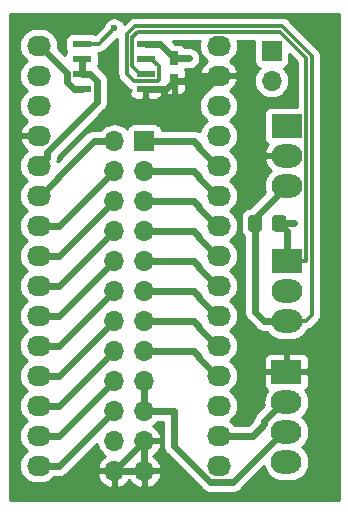
<source format=gbr>
G04 #@! TF.GenerationSoftware,KiCad,Pcbnew,(5.1.4-0-10_14)*
G04 #@! TF.CreationDate,2019-11-14T12:21:28+01:00*
G04 #@! TF.ProjectId,NANO IO,4e414e4f-2049-44f2-9e6b-696361645f70,-*
G04 #@! TF.SameCoordinates,Original*
G04 #@! TF.FileFunction,Copper,L1,Top*
G04 #@! TF.FilePolarity,Positive*
%FSLAX46Y46*%
G04 Gerber Fmt 4.6, Leading zero omitted, Abs format (unit mm)*
G04 Created by KiCad (PCBNEW (5.1.4-0-10_14)) date 2019-11-14 12:21:28*
%MOMM*%
%LPD*%
G04 APERTURE LIST*
%ADD10O,1.700000X1.700000*%
%ADD11R,1.700000X1.700000*%
%ADD12R,2.600000X2.000000*%
%ADD13O,2.600000X2.000000*%
%ADD14O,2.032000X1.727200*%
%ADD15R,0.750000X1.200000*%
%ADD16R,1.550000X0.600000*%
%ADD17C,0.100000*%
%ADD18C,1.150000*%
%ADD19C,0.600000*%
%ADD20C,0.609600*%
%ADD21C,0.304800*%
%ADD22C,0.254000*%
G04 APERTURE END LIST*
D10*
X149860000Y-75565000D03*
D11*
X149860000Y-73025000D03*
D12*
X151104600Y-100203000D03*
D13*
X151104600Y-102743000D03*
X151104600Y-105283000D03*
X151104600Y-107823000D03*
D14*
X130124200Y-72593200D03*
X130124200Y-75133200D03*
X130124200Y-77673200D03*
X130124200Y-80213200D03*
X130124200Y-82753200D03*
X130124200Y-85293200D03*
X130124200Y-87833200D03*
X130124200Y-90373200D03*
X130124200Y-92913200D03*
X130124200Y-95453200D03*
X130124200Y-97993200D03*
X130124200Y-100533200D03*
X130124200Y-103073200D03*
X130124200Y-105613200D03*
X130124200Y-108153200D03*
X145364200Y-72593200D03*
X145364200Y-75133200D03*
X145364200Y-77673200D03*
X145364200Y-80213200D03*
X145364200Y-82753200D03*
X145364200Y-85293200D03*
X145364200Y-87833200D03*
X145364200Y-90373200D03*
X145364200Y-92913200D03*
X145364200Y-95453200D03*
X145364200Y-97993200D03*
X145364200Y-100533200D03*
X145364200Y-103073200D03*
X145364200Y-105613200D03*
X145364200Y-108153200D03*
D15*
X141605000Y-73660000D03*
X141605000Y-75560000D03*
D16*
X133799600Y-72415400D03*
X133799600Y-73685400D03*
X133799600Y-74955400D03*
X133799600Y-76225400D03*
X139199600Y-76225400D03*
X139199600Y-74955400D03*
X139199600Y-73685400D03*
X139199600Y-72415400D03*
D12*
X151130000Y-90805000D03*
D13*
X151130000Y-93345000D03*
X151130000Y-95885000D03*
D12*
X151130000Y-79375000D03*
D13*
X151130000Y-81915000D03*
X151130000Y-84455000D03*
D17*
G36*
X148794505Y-86931204D02*
G01*
X148818773Y-86934804D01*
X148842572Y-86940765D01*
X148865671Y-86949030D01*
X148887850Y-86959520D01*
X148908893Y-86972132D01*
X148928599Y-86986747D01*
X148946777Y-87003223D01*
X148963253Y-87021401D01*
X148977868Y-87041107D01*
X148990480Y-87062150D01*
X149000970Y-87084329D01*
X149009235Y-87107428D01*
X149015196Y-87131227D01*
X149018796Y-87155495D01*
X149020000Y-87179999D01*
X149020000Y-88080001D01*
X149018796Y-88104505D01*
X149015196Y-88128773D01*
X149009235Y-88152572D01*
X149000970Y-88175671D01*
X148990480Y-88197850D01*
X148977868Y-88218893D01*
X148963253Y-88238599D01*
X148946777Y-88256777D01*
X148928599Y-88273253D01*
X148908893Y-88287868D01*
X148887850Y-88300480D01*
X148865671Y-88310970D01*
X148842572Y-88319235D01*
X148818773Y-88325196D01*
X148794505Y-88328796D01*
X148770001Y-88330000D01*
X148119999Y-88330000D01*
X148095495Y-88328796D01*
X148071227Y-88325196D01*
X148047428Y-88319235D01*
X148024329Y-88310970D01*
X148002150Y-88300480D01*
X147981107Y-88287868D01*
X147961401Y-88273253D01*
X147943223Y-88256777D01*
X147926747Y-88238599D01*
X147912132Y-88218893D01*
X147899520Y-88197850D01*
X147889030Y-88175671D01*
X147880765Y-88152572D01*
X147874804Y-88128773D01*
X147871204Y-88104505D01*
X147870000Y-88080001D01*
X147870000Y-87179999D01*
X147871204Y-87155495D01*
X147874804Y-87131227D01*
X147880765Y-87107428D01*
X147889030Y-87084329D01*
X147899520Y-87062150D01*
X147912132Y-87041107D01*
X147926747Y-87021401D01*
X147943223Y-87003223D01*
X147961401Y-86986747D01*
X147981107Y-86972132D01*
X148002150Y-86959520D01*
X148024329Y-86949030D01*
X148047428Y-86940765D01*
X148071227Y-86934804D01*
X148095495Y-86931204D01*
X148119999Y-86930000D01*
X148770001Y-86930000D01*
X148794505Y-86931204D01*
X148794505Y-86931204D01*
G37*
D18*
X148445000Y-87630000D03*
D17*
G36*
X150844505Y-86931204D02*
G01*
X150868773Y-86934804D01*
X150892572Y-86940765D01*
X150915671Y-86949030D01*
X150937850Y-86959520D01*
X150958893Y-86972132D01*
X150978599Y-86986747D01*
X150996777Y-87003223D01*
X151013253Y-87021401D01*
X151027868Y-87041107D01*
X151040480Y-87062150D01*
X151050970Y-87084329D01*
X151059235Y-87107428D01*
X151065196Y-87131227D01*
X151068796Y-87155495D01*
X151070000Y-87179999D01*
X151070000Y-88080001D01*
X151068796Y-88104505D01*
X151065196Y-88128773D01*
X151059235Y-88152572D01*
X151050970Y-88175671D01*
X151040480Y-88197850D01*
X151027868Y-88218893D01*
X151013253Y-88238599D01*
X150996777Y-88256777D01*
X150978599Y-88273253D01*
X150958893Y-88287868D01*
X150937850Y-88300480D01*
X150915671Y-88310970D01*
X150892572Y-88319235D01*
X150868773Y-88325196D01*
X150844505Y-88328796D01*
X150820001Y-88330000D01*
X150169999Y-88330000D01*
X150145495Y-88328796D01*
X150121227Y-88325196D01*
X150097428Y-88319235D01*
X150074329Y-88310970D01*
X150052150Y-88300480D01*
X150031107Y-88287868D01*
X150011401Y-88273253D01*
X149993223Y-88256777D01*
X149976747Y-88238599D01*
X149962132Y-88218893D01*
X149949520Y-88197850D01*
X149939030Y-88175671D01*
X149930765Y-88152572D01*
X149924804Y-88128773D01*
X149921204Y-88104505D01*
X149920000Y-88080001D01*
X149920000Y-87179999D01*
X149921204Y-87155495D01*
X149924804Y-87131227D01*
X149930765Y-87107428D01*
X149939030Y-87084329D01*
X149949520Y-87062150D01*
X149962132Y-87041107D01*
X149976747Y-87021401D01*
X149993223Y-87003223D01*
X150011401Y-86986747D01*
X150031107Y-86972132D01*
X150052150Y-86959520D01*
X150074329Y-86949030D01*
X150097428Y-86940765D01*
X150121227Y-86934804D01*
X150145495Y-86931204D01*
X150169999Y-86930000D01*
X150820001Y-86930000D01*
X150844505Y-86931204D01*
X150844505Y-86931204D01*
G37*
D18*
X150495000Y-87630000D03*
D11*
X139065000Y-80645000D03*
D10*
X136525000Y-80645000D03*
X139065000Y-83185000D03*
X136525000Y-83185000D03*
X139065000Y-85725000D03*
X136525000Y-85725000D03*
X139065000Y-88265000D03*
X136525000Y-88265000D03*
X139065000Y-90805000D03*
X136525000Y-90805000D03*
X139065000Y-93345000D03*
X136525000Y-93345000D03*
X139065000Y-95885000D03*
X136525000Y-95885000D03*
X139065000Y-98425000D03*
X136525000Y-98425000D03*
X139065000Y-100965000D03*
X136525000Y-100965000D03*
X139065000Y-103505000D03*
X136525000Y-103505000D03*
X139065000Y-106045000D03*
X136525000Y-106045000D03*
X139065000Y-108585000D03*
X136525000Y-108585000D03*
D19*
X142062190Y-77470000D03*
X142875000Y-73660000D03*
X151765000Y-87630000D03*
X136525000Y-71120000D03*
D20*
X130276600Y-72593200D02*
X130124200Y-72593200D01*
X132541999Y-74858599D02*
X130276600Y-72593200D01*
X132541999Y-75641481D02*
X132541999Y-74858599D01*
X133125918Y-76225400D02*
X132541999Y-75641481D01*
X133799600Y-76225400D02*
X133125918Y-76225400D01*
X139065000Y-106045000D02*
X139065000Y-108585000D01*
X139065000Y-108585000D02*
X136525000Y-108585000D01*
X136525000Y-108585000D02*
X139065000Y-106045000D01*
X140939600Y-76225400D02*
X141605000Y-75560000D01*
X139199600Y-76225400D02*
X140939600Y-76225400D01*
X144937400Y-75560000D02*
X145364200Y-75133200D01*
X141605000Y-75560000D02*
X144937400Y-75560000D01*
X143027400Y-77470000D02*
X145364200Y-75133200D01*
X142062190Y-77470000D02*
X143027400Y-77470000D01*
X133799600Y-73685400D02*
X133799600Y-74955400D01*
X130810000Y-82067400D02*
X130124200Y-82753200D01*
X130810000Y-81583628D02*
X130810000Y-82067400D01*
X135057201Y-77336427D02*
X130810000Y-81583628D01*
X135057201Y-75539319D02*
X135057201Y-77336427D01*
X133799600Y-74955400D02*
X134473282Y-74955400D01*
X134473282Y-74955400D02*
X135057201Y-75539319D01*
X130276600Y-85293200D02*
X130124200Y-85293200D01*
X131749800Y-83820000D02*
X130276600Y-85293200D01*
X131749800Y-83667600D02*
X131749800Y-83820000D01*
X134772400Y-80645000D02*
X131749800Y-83667600D01*
X136525000Y-80645000D02*
X134772400Y-80645000D01*
X131876800Y-87833200D02*
X130124200Y-87833200D01*
X136525000Y-83185000D02*
X131876800Y-87833200D01*
X131876800Y-90373200D02*
X130124200Y-90373200D01*
X136525000Y-85725000D02*
X131876800Y-90373200D01*
X131876800Y-92913200D02*
X130124200Y-92913200D01*
X136525000Y-88265000D02*
X131876800Y-92913200D01*
X131876800Y-95453200D02*
X130124200Y-95453200D01*
X136525000Y-90805000D02*
X131876800Y-95453200D01*
X131876800Y-97993200D02*
X130124200Y-97993200D01*
X136525000Y-93345000D02*
X131876800Y-97993200D01*
X131876800Y-100533200D02*
X130124200Y-100533200D01*
X136525000Y-95885000D02*
X131876800Y-100533200D01*
X131876800Y-103073200D02*
X130124200Y-103073200D01*
X136525000Y-98425000D02*
X131876800Y-103073200D01*
X141605000Y-103505000D02*
X139065000Y-103505000D01*
X141605000Y-106486149D02*
X141605000Y-103505000D01*
X144643661Y-109524810D02*
X141605000Y-106486149D01*
X146562790Y-109524810D02*
X144643661Y-109524810D01*
X151104600Y-105283000D02*
X150804600Y-105283000D01*
X150804600Y-105283000D02*
X146562790Y-109524810D01*
X139065000Y-100965000D02*
X139065000Y-103505000D01*
X140360400Y-72415400D02*
X141605000Y-73660000D01*
X139199600Y-72415400D02*
X140360400Y-72415400D01*
X141605000Y-73660000D02*
X142875000Y-73660000D01*
X145211800Y-82753200D02*
X145364200Y-82753200D01*
X143738600Y-81280000D02*
X145211800Y-82753200D01*
X143738600Y-81127600D02*
X143738600Y-81280000D01*
X143256000Y-80645000D02*
X143738600Y-81127600D01*
X139065000Y-80645000D02*
X143256000Y-80645000D01*
X145211800Y-85293200D02*
X145364200Y-85293200D01*
X143738600Y-83820000D02*
X145211800Y-85293200D01*
X143738600Y-83667600D02*
X143738600Y-83820000D01*
X143256000Y-83185000D02*
X143738600Y-83667600D01*
X139065000Y-83185000D02*
X143256000Y-83185000D01*
X145211800Y-87833200D02*
X145364200Y-87833200D01*
X143738600Y-86360000D02*
X145211800Y-87833200D01*
X143738600Y-86207600D02*
X143738600Y-86360000D01*
X143256000Y-85725000D02*
X143738600Y-86207600D01*
X139065000Y-85725000D02*
X143256000Y-85725000D01*
X145211800Y-90373200D02*
X145364200Y-90373200D01*
X143738600Y-88900000D02*
X145211800Y-90373200D01*
X143738600Y-88747600D02*
X143738600Y-88900000D01*
X143256000Y-88265000D02*
X143738600Y-88747600D01*
X139065000Y-88265000D02*
X143256000Y-88265000D01*
X145211800Y-92913200D02*
X145364200Y-92913200D01*
X143738600Y-91440000D02*
X145211800Y-92913200D01*
X143738600Y-91287600D02*
X143738600Y-91440000D01*
X143256000Y-90805000D02*
X143738600Y-91287600D01*
X139065000Y-90805000D02*
X143256000Y-90805000D01*
X145211800Y-95453200D02*
X145364200Y-95453200D01*
X143738600Y-93980000D02*
X145211800Y-95453200D01*
X143738600Y-93827600D02*
X143738600Y-93980000D01*
X143256000Y-93345000D02*
X143738600Y-93827600D01*
X139065000Y-93345000D02*
X143256000Y-93345000D01*
X145211800Y-97993200D02*
X145364200Y-97993200D01*
X143738600Y-96520000D02*
X145211800Y-97993200D01*
X143738600Y-96367600D02*
X143738600Y-96520000D01*
X143256000Y-95885000D02*
X143738600Y-96367600D01*
X139065000Y-95885000D02*
X143256000Y-95885000D01*
X145211800Y-100533200D02*
X145364200Y-100533200D01*
X143738600Y-99060000D02*
X145211800Y-100533200D01*
X143738600Y-98907600D02*
X143738600Y-99060000D01*
X143256000Y-98425000D02*
X143738600Y-98907600D01*
X139065000Y-98425000D02*
X143256000Y-98425000D01*
X150804600Y-102743000D02*
X151104600Y-102743000D01*
X149195000Y-104352600D02*
X150804600Y-102743000D01*
X149195000Y-104652600D02*
X149195000Y-104352600D01*
X148234400Y-105613200D02*
X149195000Y-104652600D01*
X145364200Y-105613200D02*
X148234400Y-105613200D01*
X131876800Y-105613200D02*
X130124200Y-105613200D01*
X136525000Y-100965000D02*
X131876800Y-105613200D01*
X131876800Y-108153200D02*
X130124200Y-108153200D01*
X136525000Y-103505000D02*
X131876800Y-108153200D01*
D21*
X138724600Y-74955400D02*
X139199600Y-74955400D01*
X138068999Y-74299799D02*
X138724600Y-74955400D01*
X138068999Y-71830919D02*
X138068999Y-74299799D01*
X138500528Y-71399390D02*
X138068999Y-71830919D01*
X150528752Y-71399390D02*
X138500528Y-71399390D01*
X152760210Y-90779590D02*
X152760210Y-73630848D01*
X152760210Y-73630848D02*
X150528752Y-71399390D01*
X152734800Y-90805000D02*
X152760210Y-90779590D01*
X151130000Y-90805000D02*
X152734800Y-90805000D01*
D20*
X151130000Y-88265000D02*
X150495000Y-87630000D01*
X151130000Y-90805000D02*
X151130000Y-88265000D01*
X150495000Y-87630000D02*
X151765000Y-87630000D01*
D21*
X140304801Y-74315601D02*
X139674600Y-73685400D01*
X140304801Y-75519561D02*
X140304801Y-74315601D01*
X138160439Y-75585601D02*
X140238761Y-75585601D01*
X137586389Y-71631016D02*
X137586389Y-75011551D01*
X138300625Y-70916780D02*
X137586389Y-71631016D01*
X150728655Y-70916780D02*
X138300625Y-70916780D01*
X153242820Y-73430945D02*
X150728655Y-70916780D01*
X140238761Y-75585601D02*
X140304801Y-75519561D01*
X153242820Y-95376980D02*
X153242820Y-73430945D01*
X137586389Y-75011551D02*
X138160439Y-75585601D01*
X152734800Y-95885000D02*
X153242820Y-95376980D01*
X139674600Y-73685400D02*
X139199600Y-73685400D01*
X151130000Y-95885000D02*
X152734800Y-95885000D01*
D20*
X148445000Y-88430000D02*
X148445000Y-87630000D01*
X148445000Y-95109600D02*
X148445000Y-88430000D01*
X149220400Y-95885000D02*
X148445000Y-95109600D01*
X151130000Y-95885000D02*
X149220400Y-95885000D01*
X148445000Y-87140000D02*
X151130000Y-84455000D01*
X148445000Y-87630000D02*
X148445000Y-87140000D01*
D21*
X133799600Y-72415400D02*
X135229600Y-72415400D01*
X135229600Y-72415400D02*
X136525000Y-71120000D01*
D22*
G36*
X155525000Y-111075000D02*
G01*
X127685000Y-111075000D01*
X127685000Y-72593200D01*
X128465949Y-72593200D01*
X128494884Y-72886977D01*
X128580575Y-73169464D01*
X128719731Y-73429806D01*
X128907003Y-73657997D01*
X129135194Y-73845269D01*
X129168740Y-73863200D01*
X129135194Y-73881131D01*
X128907003Y-74068403D01*
X128719731Y-74296594D01*
X128580575Y-74556936D01*
X128494884Y-74839423D01*
X128465949Y-75133200D01*
X128494884Y-75426977D01*
X128580575Y-75709464D01*
X128719731Y-75969806D01*
X128907003Y-76197997D01*
X129135194Y-76385269D01*
X129168740Y-76403200D01*
X129135194Y-76421131D01*
X128907003Y-76608403D01*
X128719731Y-76836594D01*
X128580575Y-77096936D01*
X128494884Y-77379423D01*
X128465949Y-77673200D01*
X128494884Y-77966977D01*
X128580575Y-78249464D01*
X128719731Y-78509806D01*
X128907003Y-78737997D01*
X129135194Y-78925269D01*
X129175147Y-78946624D01*
X128972471Y-79094714D01*
X128773467Y-79311165D01*
X128620514Y-79562281D01*
X128519491Y-79838411D01*
X128516842Y-79854174D01*
X128637983Y-80086200D01*
X129997200Y-80086200D01*
X129997200Y-80066200D01*
X130251200Y-80066200D01*
X130251200Y-80086200D01*
X130271200Y-80086200D01*
X130271200Y-80340200D01*
X130251200Y-80340200D01*
X130251200Y-80360200D01*
X129997200Y-80360200D01*
X129997200Y-80340200D01*
X128637983Y-80340200D01*
X128516842Y-80572226D01*
X128519491Y-80587989D01*
X128620514Y-80864119D01*
X128773467Y-81115235D01*
X128972471Y-81331686D01*
X129175147Y-81479776D01*
X129135194Y-81501131D01*
X128907003Y-81688403D01*
X128719731Y-81916594D01*
X128580575Y-82176936D01*
X128494884Y-82459423D01*
X128465949Y-82753200D01*
X128494884Y-83046977D01*
X128580575Y-83329464D01*
X128719731Y-83589806D01*
X128907003Y-83817997D01*
X129135194Y-84005269D01*
X129168740Y-84023200D01*
X129135194Y-84041131D01*
X128907003Y-84228403D01*
X128719731Y-84456594D01*
X128580575Y-84716936D01*
X128494884Y-84999423D01*
X128465949Y-85293200D01*
X128494884Y-85586977D01*
X128580575Y-85869464D01*
X128719731Y-86129806D01*
X128907003Y-86357997D01*
X129135194Y-86545269D01*
X129168740Y-86563200D01*
X129135194Y-86581131D01*
X128907003Y-86768403D01*
X128719731Y-86996594D01*
X128580575Y-87256936D01*
X128494884Y-87539423D01*
X128465949Y-87833200D01*
X128494884Y-88126977D01*
X128580575Y-88409464D01*
X128719731Y-88669806D01*
X128907003Y-88897997D01*
X129135194Y-89085269D01*
X129168740Y-89103200D01*
X129135194Y-89121131D01*
X128907003Y-89308403D01*
X128719731Y-89536594D01*
X128580575Y-89796936D01*
X128494884Y-90079423D01*
X128465949Y-90373200D01*
X128494884Y-90666977D01*
X128580575Y-90949464D01*
X128719731Y-91209806D01*
X128907003Y-91437997D01*
X129135194Y-91625269D01*
X129168740Y-91643200D01*
X129135194Y-91661131D01*
X128907003Y-91848403D01*
X128719731Y-92076594D01*
X128580575Y-92336936D01*
X128494884Y-92619423D01*
X128465949Y-92913200D01*
X128494884Y-93206977D01*
X128580575Y-93489464D01*
X128719731Y-93749806D01*
X128907003Y-93977997D01*
X129135194Y-94165269D01*
X129168740Y-94183200D01*
X129135194Y-94201131D01*
X128907003Y-94388403D01*
X128719731Y-94616594D01*
X128580575Y-94876936D01*
X128494884Y-95159423D01*
X128465949Y-95453200D01*
X128494884Y-95746977D01*
X128580575Y-96029464D01*
X128719731Y-96289806D01*
X128907003Y-96517997D01*
X129135194Y-96705269D01*
X129168740Y-96723200D01*
X129135194Y-96741131D01*
X128907003Y-96928403D01*
X128719731Y-97156594D01*
X128580575Y-97416936D01*
X128494884Y-97699423D01*
X128465949Y-97993200D01*
X128494884Y-98286977D01*
X128580575Y-98569464D01*
X128719731Y-98829806D01*
X128907003Y-99057997D01*
X129135194Y-99245269D01*
X129168740Y-99263200D01*
X129135194Y-99281131D01*
X128907003Y-99468403D01*
X128719731Y-99696594D01*
X128580575Y-99956936D01*
X128494884Y-100239423D01*
X128465949Y-100533200D01*
X128494884Y-100826977D01*
X128580575Y-101109464D01*
X128719731Y-101369806D01*
X128907003Y-101597997D01*
X129135194Y-101785269D01*
X129168740Y-101803200D01*
X129135194Y-101821131D01*
X128907003Y-102008403D01*
X128719731Y-102236594D01*
X128580575Y-102496936D01*
X128494884Y-102779423D01*
X128465949Y-103073200D01*
X128494884Y-103366977D01*
X128580575Y-103649464D01*
X128719731Y-103909806D01*
X128907003Y-104137997D01*
X129135194Y-104325269D01*
X129168740Y-104343200D01*
X129135194Y-104361131D01*
X128907003Y-104548403D01*
X128719731Y-104776594D01*
X128580575Y-105036936D01*
X128494884Y-105319423D01*
X128465949Y-105613200D01*
X128494884Y-105906977D01*
X128580575Y-106189464D01*
X128719731Y-106449806D01*
X128907003Y-106677997D01*
X129135194Y-106865269D01*
X129168740Y-106883200D01*
X129135194Y-106901131D01*
X128907003Y-107088403D01*
X128719731Y-107316594D01*
X128580575Y-107576936D01*
X128494884Y-107859423D01*
X128465949Y-108153200D01*
X128494884Y-108446977D01*
X128580575Y-108729464D01*
X128719731Y-108989806D01*
X128907003Y-109217997D01*
X129135194Y-109405269D01*
X129395536Y-109544425D01*
X129678023Y-109630116D01*
X129898181Y-109651800D01*
X130350219Y-109651800D01*
X130570377Y-109630116D01*
X130852864Y-109544425D01*
X131113206Y-109405269D01*
X131341397Y-109217997D01*
X131443980Y-109093000D01*
X131830643Y-109093000D01*
X131876800Y-109097546D01*
X131922957Y-109093000D01*
X131922967Y-109093000D01*
X132061033Y-109079402D01*
X132238186Y-109025663D01*
X132394914Y-108941890D01*
X135083524Y-108941890D01*
X135128175Y-109089099D01*
X135253359Y-109351920D01*
X135427412Y-109585269D01*
X135643645Y-109780178D01*
X135893748Y-109929157D01*
X136168109Y-110026481D01*
X136398000Y-109905814D01*
X136398000Y-108712000D01*
X136652000Y-108712000D01*
X136652000Y-109905814D01*
X136881891Y-110026481D01*
X137156252Y-109929157D01*
X137406355Y-109780178D01*
X137622588Y-109585269D01*
X137795000Y-109354120D01*
X137967412Y-109585269D01*
X138183645Y-109780178D01*
X138433748Y-109929157D01*
X138708109Y-110026481D01*
X138938000Y-109905814D01*
X138938000Y-108712000D01*
X139192000Y-108712000D01*
X139192000Y-109905814D01*
X139421891Y-110026481D01*
X139696252Y-109929157D01*
X139946355Y-109780178D01*
X140162588Y-109585269D01*
X140336641Y-109351920D01*
X140461825Y-109089099D01*
X140506476Y-108941890D01*
X140385155Y-108712000D01*
X139192000Y-108712000D01*
X138938000Y-108712000D01*
X136652000Y-108712000D01*
X136398000Y-108712000D01*
X135204845Y-108712000D01*
X135083524Y-108941890D01*
X132394914Y-108941890D01*
X132401451Y-108938396D01*
X132544554Y-108820954D01*
X132573991Y-108785085D01*
X135058033Y-106301044D01*
X135061487Y-106336111D01*
X135146401Y-106616034D01*
X135284294Y-106874014D01*
X135469866Y-107100134D01*
X135695986Y-107285706D01*
X135760523Y-107320201D01*
X135643645Y-107389822D01*
X135427412Y-107584731D01*
X135253359Y-107818080D01*
X135128175Y-108080901D01*
X135083524Y-108228110D01*
X135204845Y-108458000D01*
X136398000Y-108458000D01*
X136398000Y-108438000D01*
X136652000Y-108438000D01*
X136652000Y-108458000D01*
X138938000Y-108458000D01*
X138938000Y-106172000D01*
X139192000Y-106172000D01*
X139192000Y-108458000D01*
X140385155Y-108458000D01*
X140506476Y-108228110D01*
X140461825Y-108080901D01*
X140336641Y-107818080D01*
X140162588Y-107584731D01*
X139946355Y-107389822D01*
X139820745Y-107315000D01*
X139946355Y-107240178D01*
X140162588Y-107045269D01*
X140336641Y-106811920D01*
X140461825Y-106549099D01*
X140506476Y-106401890D01*
X140385155Y-106172000D01*
X139192000Y-106172000D01*
X138938000Y-106172000D01*
X138918000Y-106172000D01*
X138918000Y-105918000D01*
X138938000Y-105918000D01*
X138938000Y-105898000D01*
X139192000Y-105898000D01*
X139192000Y-105918000D01*
X140385155Y-105918000D01*
X140506476Y-105688110D01*
X140461825Y-105540901D01*
X140336641Y-105278080D01*
X140162588Y-105044731D01*
X139946355Y-104849822D01*
X139829477Y-104780201D01*
X139894014Y-104745706D01*
X140120134Y-104560134D01*
X140214786Y-104444800D01*
X140665201Y-104444800D01*
X140665200Y-106439991D01*
X140660654Y-106486149D01*
X140665200Y-106532306D01*
X140665200Y-106532315D01*
X140678798Y-106670381D01*
X140732537Y-106847534D01*
X140819804Y-107010800D01*
X140937246Y-107153903D01*
X140973115Y-107183340D01*
X143946479Y-110156706D01*
X143975907Y-110192564D01*
X144011765Y-110221992D01*
X144011767Y-110221994D01*
X144119009Y-110310006D01*
X144282273Y-110397272D01*
X144282275Y-110397273D01*
X144459428Y-110451012D01*
X144597494Y-110464610D01*
X144597496Y-110464610D01*
X144643661Y-110469157D01*
X144689826Y-110464610D01*
X146516633Y-110464610D01*
X146562790Y-110469156D01*
X146608947Y-110464610D01*
X146608957Y-110464610D01*
X146747023Y-110451012D01*
X146924176Y-110397273D01*
X147087441Y-110310006D01*
X147230544Y-110192564D01*
X147259981Y-110156695D01*
X149211854Y-108204823D01*
X149286748Y-108451715D01*
X149438569Y-108735752D01*
X149642886Y-108984714D01*
X149891848Y-109189031D01*
X150175885Y-109340852D01*
X150484084Y-109434343D01*
X150724278Y-109458000D01*
X151484922Y-109458000D01*
X151725116Y-109434343D01*
X152033315Y-109340852D01*
X152317352Y-109189031D01*
X152566314Y-108984714D01*
X152770631Y-108735752D01*
X152922452Y-108451715D01*
X153015943Y-108143516D01*
X153047511Y-107823000D01*
X153015943Y-107502484D01*
X152922452Y-107194285D01*
X152770631Y-106910248D01*
X152566314Y-106661286D01*
X152434367Y-106553000D01*
X152566314Y-106444714D01*
X152770631Y-106195752D01*
X152922452Y-105911715D01*
X153015943Y-105603516D01*
X153047511Y-105283000D01*
X153015943Y-104962484D01*
X152922452Y-104654285D01*
X152770631Y-104370248D01*
X152566314Y-104121286D01*
X152434367Y-104013000D01*
X152566314Y-103904714D01*
X152770631Y-103655752D01*
X152922452Y-103371715D01*
X153015943Y-103063516D01*
X153047511Y-102743000D01*
X153015943Y-102422484D01*
X152922452Y-102114285D01*
X152770631Y-101830248D01*
X152711945Y-101758739D01*
X152759094Y-101733537D01*
X152855785Y-101654185D01*
X152935137Y-101557494D01*
X152994102Y-101447180D01*
X153030412Y-101327482D01*
X153042672Y-101203000D01*
X153039600Y-100488750D01*
X152880850Y-100330000D01*
X151231600Y-100330000D01*
X151231600Y-100350000D01*
X150977600Y-100350000D01*
X150977600Y-100330000D01*
X149328350Y-100330000D01*
X149169600Y-100488750D01*
X149166528Y-101203000D01*
X149178788Y-101327482D01*
X149215098Y-101447180D01*
X149274063Y-101557494D01*
X149353415Y-101654185D01*
X149450106Y-101733537D01*
X149497255Y-101758739D01*
X149438569Y-101830248D01*
X149286748Y-102114285D01*
X149193257Y-102422484D01*
X149161689Y-102743000D01*
X149189828Y-103028696D01*
X148563110Y-103655414D01*
X148527247Y-103684846D01*
X148409804Y-103827949D01*
X148322537Y-103991214D01*
X148268798Y-104168367D01*
X148259910Y-104258613D01*
X147845123Y-104673400D01*
X146683980Y-104673400D01*
X146581397Y-104548403D01*
X146353206Y-104361131D01*
X146319660Y-104343200D01*
X146353206Y-104325269D01*
X146581397Y-104137997D01*
X146768669Y-103909806D01*
X146907825Y-103649464D01*
X146993516Y-103366977D01*
X147022451Y-103073200D01*
X146993516Y-102779423D01*
X146907825Y-102496936D01*
X146768669Y-102236594D01*
X146581397Y-102008403D01*
X146353206Y-101821131D01*
X146319660Y-101803200D01*
X146353206Y-101785269D01*
X146581397Y-101597997D01*
X146768669Y-101369806D01*
X146907825Y-101109464D01*
X146993516Y-100826977D01*
X147022451Y-100533200D01*
X146993516Y-100239423D01*
X146907825Y-99956936D01*
X146768669Y-99696594D01*
X146581397Y-99468403D01*
X146353206Y-99281131D01*
X146319660Y-99263200D01*
X146353206Y-99245269D01*
X146404710Y-99203000D01*
X149166528Y-99203000D01*
X149169600Y-99917250D01*
X149328350Y-100076000D01*
X150977600Y-100076000D01*
X150977600Y-98726750D01*
X151231600Y-98726750D01*
X151231600Y-100076000D01*
X152880850Y-100076000D01*
X153039600Y-99917250D01*
X153042672Y-99203000D01*
X153030412Y-99078518D01*
X152994102Y-98958820D01*
X152935137Y-98848506D01*
X152855785Y-98751815D01*
X152759094Y-98672463D01*
X152648780Y-98613498D01*
X152529082Y-98577188D01*
X152404600Y-98564928D01*
X151390350Y-98568000D01*
X151231600Y-98726750D01*
X150977600Y-98726750D01*
X150818850Y-98568000D01*
X149804600Y-98564928D01*
X149680118Y-98577188D01*
X149560420Y-98613498D01*
X149450106Y-98672463D01*
X149353415Y-98751815D01*
X149274063Y-98848506D01*
X149215098Y-98958820D01*
X149178788Y-99078518D01*
X149166528Y-99203000D01*
X146404710Y-99203000D01*
X146581397Y-99057997D01*
X146768669Y-98829806D01*
X146907825Y-98569464D01*
X146993516Y-98286977D01*
X147022451Y-97993200D01*
X146993516Y-97699423D01*
X146907825Y-97416936D01*
X146768669Y-97156594D01*
X146581397Y-96928403D01*
X146353206Y-96741131D01*
X146319660Y-96723200D01*
X146353206Y-96705269D01*
X146581397Y-96517997D01*
X146768669Y-96289806D01*
X146907825Y-96029464D01*
X146993516Y-95746977D01*
X147022451Y-95453200D01*
X146993516Y-95159423D01*
X146907825Y-94876936D01*
X146768669Y-94616594D01*
X146581397Y-94388403D01*
X146353206Y-94201131D01*
X146319660Y-94183200D01*
X146353206Y-94165269D01*
X146581397Y-93977997D01*
X146768669Y-93749806D01*
X146907825Y-93489464D01*
X146993516Y-93206977D01*
X147022451Y-92913200D01*
X146993516Y-92619423D01*
X146907825Y-92336936D01*
X146768669Y-92076594D01*
X146581397Y-91848403D01*
X146353206Y-91661131D01*
X146319660Y-91643200D01*
X146353206Y-91625269D01*
X146581397Y-91437997D01*
X146768669Y-91209806D01*
X146907825Y-90949464D01*
X146993516Y-90666977D01*
X147022451Y-90373200D01*
X146993516Y-90079423D01*
X146907825Y-89796936D01*
X146768669Y-89536594D01*
X146581397Y-89308403D01*
X146353206Y-89121131D01*
X146319660Y-89103200D01*
X146353206Y-89085269D01*
X146581397Y-88897997D01*
X146768669Y-88669806D01*
X146907825Y-88409464D01*
X146993516Y-88126977D01*
X147022451Y-87833200D01*
X146993516Y-87539423D01*
X146907825Y-87256936D01*
X146768669Y-86996594D01*
X146581397Y-86768403D01*
X146353206Y-86581131D01*
X146319660Y-86563200D01*
X146353206Y-86545269D01*
X146581397Y-86357997D01*
X146768669Y-86129806D01*
X146907825Y-85869464D01*
X146993516Y-85586977D01*
X147022451Y-85293200D01*
X146993516Y-84999423D01*
X146907825Y-84716936D01*
X146768669Y-84456594D01*
X146581397Y-84228403D01*
X146353206Y-84041131D01*
X146319660Y-84023200D01*
X146353206Y-84005269D01*
X146581397Y-83817997D01*
X146768669Y-83589806D01*
X146907825Y-83329464D01*
X146993516Y-83046977D01*
X147022451Y-82753200D01*
X146993516Y-82459423D01*
X146907825Y-82176936D01*
X146768669Y-81916594D01*
X146581397Y-81688403D01*
X146353206Y-81501131D01*
X146319660Y-81483200D01*
X146353206Y-81465269D01*
X146581397Y-81277997D01*
X146768669Y-81049806D01*
X146907825Y-80789464D01*
X146993516Y-80506977D01*
X147022451Y-80213200D01*
X146993516Y-79919423D01*
X146907825Y-79636936D01*
X146768669Y-79376594D01*
X146581397Y-79148403D01*
X146353206Y-78961131D01*
X146319660Y-78943200D01*
X146353206Y-78925269D01*
X146581397Y-78737997D01*
X146768669Y-78509806D01*
X146907825Y-78249464D01*
X146993516Y-77966977D01*
X147022451Y-77673200D01*
X146993516Y-77379423D01*
X146907825Y-77096936D01*
X146768669Y-76836594D01*
X146581397Y-76608403D01*
X146353206Y-76421131D01*
X146313253Y-76399776D01*
X146515929Y-76251686D01*
X146714933Y-76035235D01*
X146867886Y-75784119D01*
X146968909Y-75507989D01*
X146971558Y-75492226D01*
X146850417Y-75260200D01*
X145491200Y-75260200D01*
X145491200Y-75280200D01*
X145237200Y-75280200D01*
X145237200Y-75260200D01*
X143877983Y-75260200D01*
X143756842Y-75492226D01*
X143759491Y-75507989D01*
X143860514Y-75784119D01*
X144013467Y-76035235D01*
X144212471Y-76251686D01*
X144415147Y-76399776D01*
X144375194Y-76421131D01*
X144147003Y-76608403D01*
X143959731Y-76836594D01*
X143820575Y-77096936D01*
X143734884Y-77379423D01*
X143705949Y-77673200D01*
X143734884Y-77966977D01*
X143820575Y-78249464D01*
X143959731Y-78509806D01*
X144147003Y-78737997D01*
X144375194Y-78925269D01*
X144408740Y-78943200D01*
X144375194Y-78961131D01*
X144147003Y-79148403D01*
X143959731Y-79376594D01*
X143820575Y-79636936D01*
X143756831Y-79847072D01*
X143617386Y-79772537D01*
X143440233Y-79718798D01*
X143302167Y-79705200D01*
X143302157Y-79705200D01*
X143256000Y-79700654D01*
X143209843Y-79705200D01*
X140544228Y-79705200D01*
X140540812Y-79670518D01*
X140504502Y-79550820D01*
X140445537Y-79440506D01*
X140366185Y-79343815D01*
X140269494Y-79264463D01*
X140159180Y-79205498D01*
X140039482Y-79169188D01*
X139915000Y-79156928D01*
X138215000Y-79156928D01*
X138090518Y-79169188D01*
X137970820Y-79205498D01*
X137860506Y-79264463D01*
X137763815Y-79343815D01*
X137684463Y-79440506D01*
X137625498Y-79550820D01*
X137604607Y-79619687D01*
X137580134Y-79589866D01*
X137354014Y-79404294D01*
X137096034Y-79266401D01*
X136816111Y-79181487D01*
X136597950Y-79160000D01*
X136452050Y-79160000D01*
X136233889Y-79181487D01*
X135953966Y-79266401D01*
X135695986Y-79404294D01*
X135469866Y-79589866D01*
X135375214Y-79705200D01*
X134818557Y-79705200D01*
X134772400Y-79700654D01*
X134726243Y-79705200D01*
X134726233Y-79705200D01*
X134588167Y-79718798D01*
X134411014Y-79772537D01*
X134247748Y-79859804D01*
X134175103Y-79919423D01*
X134104646Y-79977246D01*
X134075218Y-80013104D01*
X131724513Y-82363811D01*
X131713343Y-82326989D01*
X131736202Y-82251633D01*
X131749800Y-82113567D01*
X131749800Y-82113565D01*
X131754347Y-82067400D01*
X131749800Y-82021235D01*
X131749800Y-81972904D01*
X135689097Y-78033609D01*
X135724955Y-78004181D01*
X135842397Y-77861078D01*
X135929664Y-77697813D01*
X135983403Y-77520660D01*
X135997001Y-77382594D01*
X135997001Y-77382585D01*
X136001547Y-77336428D01*
X135997001Y-77290271D01*
X135997001Y-75585475D01*
X136001547Y-75539318D01*
X135997001Y-75493161D01*
X135997001Y-75493152D01*
X135983403Y-75355086D01*
X135929664Y-75177933D01*
X135842397Y-75014668D01*
X135724955Y-74871565D01*
X135689091Y-74842132D01*
X135170473Y-74323515D01*
X135141036Y-74287646D01*
X135135495Y-74283099D01*
X135164102Y-74229580D01*
X135200412Y-74109882D01*
X135212672Y-73985400D01*
X135212672Y-73385400D01*
X135200412Y-73260918D01*
X135182782Y-73202800D01*
X135190937Y-73202800D01*
X135229600Y-73206608D01*
X135268263Y-73202800D01*
X135268273Y-73202800D01*
X135383957Y-73191406D01*
X135532383Y-73146382D01*
X135669172Y-73073266D01*
X135789069Y-72974869D01*
X135813727Y-72944823D01*
X136725021Y-72033531D01*
X136797729Y-72019068D01*
X136798989Y-72018546D01*
X136798990Y-74972878D01*
X136795181Y-75011551D01*
X136810384Y-75165908D01*
X136855407Y-75314333D01*
X136917898Y-75431243D01*
X136928524Y-75451123D01*
X137026921Y-75571020D01*
X137056961Y-75595673D01*
X137576320Y-76115033D01*
X137600970Y-76145070D01*
X137631006Y-76169720D01*
X137631008Y-76169722D01*
X137676521Y-76207073D01*
X137720867Y-76243467D01*
X137789600Y-76280206D01*
X137789600Y-76352402D01*
X137948348Y-76352402D01*
X137789600Y-76511150D01*
X137786528Y-76525400D01*
X137798788Y-76649882D01*
X137835098Y-76769580D01*
X137894063Y-76879894D01*
X137973415Y-76976585D01*
X138070106Y-77055937D01*
X138180420Y-77114902D01*
X138300118Y-77151212D01*
X138424600Y-77163472D01*
X138913850Y-77160400D01*
X139072600Y-77001650D01*
X139072600Y-76373001D01*
X139326600Y-76373001D01*
X139326600Y-77001650D01*
X139485350Y-77160400D01*
X139974600Y-77163472D01*
X140099082Y-77151212D01*
X140218780Y-77114902D01*
X140329094Y-77055937D01*
X140425785Y-76976585D01*
X140505137Y-76879894D01*
X140564102Y-76769580D01*
X140600412Y-76649882D01*
X140612672Y-76525400D01*
X140609600Y-76511150D01*
X140450852Y-76352402D01*
X140609600Y-76352402D01*
X140609600Y-76302323D01*
X140640498Y-76404180D01*
X140699463Y-76514494D01*
X140778815Y-76611185D01*
X140875506Y-76690537D01*
X140985820Y-76749502D01*
X141105518Y-76785812D01*
X141230000Y-76798072D01*
X141319250Y-76795000D01*
X141478000Y-76636250D01*
X141478000Y-75687000D01*
X141732000Y-75687000D01*
X141732000Y-76636250D01*
X141890750Y-76795000D01*
X141980000Y-76798072D01*
X142104482Y-76785812D01*
X142224180Y-76749502D01*
X142334494Y-76690537D01*
X142431185Y-76611185D01*
X142510537Y-76514494D01*
X142569502Y-76404180D01*
X142605812Y-76284482D01*
X142618072Y-76160000D01*
X142615000Y-75845750D01*
X142456250Y-75687000D01*
X141732000Y-75687000D01*
X141478000Y-75687000D01*
X141458000Y-75687000D01*
X141458000Y-75433000D01*
X141478000Y-75433000D01*
X141478000Y-75413000D01*
X141732000Y-75413000D01*
X141732000Y-75433000D01*
X142456250Y-75433000D01*
X142615000Y-75274250D01*
X142618072Y-74960000D01*
X142605812Y-74835518D01*
X142569502Y-74715820D01*
X142512939Y-74610000D01*
X142518391Y-74599800D01*
X142921167Y-74599800D01*
X143059233Y-74586202D01*
X143236386Y-74532463D01*
X143399651Y-74445196D01*
X143542754Y-74327754D01*
X143660196Y-74184651D01*
X143747463Y-74021386D01*
X143801202Y-73844233D01*
X143819347Y-73660000D01*
X143801202Y-73475767D01*
X143747463Y-73298614D01*
X143660196Y-73135349D01*
X143542754Y-72992246D01*
X143399651Y-72874804D01*
X143236386Y-72787537D01*
X143059233Y-72733798D01*
X142921167Y-72720200D01*
X142518391Y-72720200D01*
X142510537Y-72705506D01*
X142431185Y-72608815D01*
X142334494Y-72529463D01*
X142224180Y-72470498D01*
X142104482Y-72434188D01*
X141980000Y-72421928D01*
X141696005Y-72421928D01*
X141460867Y-72186790D01*
X143769051Y-72186790D01*
X143734884Y-72299423D01*
X143705949Y-72593200D01*
X143734884Y-72886977D01*
X143820575Y-73169464D01*
X143959731Y-73429806D01*
X144147003Y-73657997D01*
X144375194Y-73845269D01*
X144415147Y-73866624D01*
X144212471Y-74014714D01*
X144013467Y-74231165D01*
X143860514Y-74482281D01*
X143759491Y-74758411D01*
X143756842Y-74774174D01*
X143877983Y-75006200D01*
X145237200Y-75006200D01*
X145237200Y-74986200D01*
X145491200Y-74986200D01*
X145491200Y-75006200D01*
X146850417Y-75006200D01*
X146971558Y-74774174D01*
X146968909Y-74758411D01*
X146867886Y-74482281D01*
X146714933Y-74231165D01*
X146515929Y-74014714D01*
X146313253Y-73866624D01*
X146353206Y-73845269D01*
X146581397Y-73657997D01*
X146768669Y-73429806D01*
X146907825Y-73169464D01*
X146993516Y-72886977D01*
X147022451Y-72593200D01*
X146993516Y-72299423D01*
X146959349Y-72186790D01*
X148371928Y-72186790D01*
X148371928Y-73875000D01*
X148384188Y-73999482D01*
X148420498Y-74119180D01*
X148479463Y-74229494D01*
X148558815Y-74326185D01*
X148655506Y-74405537D01*
X148765820Y-74464502D01*
X148834687Y-74485393D01*
X148804866Y-74509866D01*
X148619294Y-74735986D01*
X148481401Y-74993966D01*
X148396487Y-75273889D01*
X148367815Y-75565000D01*
X148396487Y-75856111D01*
X148481401Y-76136034D01*
X148619294Y-76394014D01*
X148804866Y-76620134D01*
X149030986Y-76805706D01*
X149288966Y-76943599D01*
X149568889Y-77028513D01*
X149787050Y-77050000D01*
X149932950Y-77050000D01*
X150151111Y-77028513D01*
X150431034Y-76943599D01*
X150689014Y-76805706D01*
X150915134Y-76620134D01*
X151100706Y-76394014D01*
X151238599Y-76136034D01*
X151323513Y-75856111D01*
X151352185Y-75565000D01*
X151323513Y-75273889D01*
X151238599Y-74993966D01*
X151100706Y-74735986D01*
X150915134Y-74509866D01*
X150885313Y-74485393D01*
X150954180Y-74464502D01*
X151064494Y-74405537D01*
X151161185Y-74326185D01*
X151240537Y-74229494D01*
X151299502Y-74119180D01*
X151335812Y-73999482D01*
X151348072Y-73875000D01*
X151348072Y-73332261D01*
X151972811Y-73957001D01*
X151972811Y-77736928D01*
X149830000Y-77736928D01*
X149705518Y-77749188D01*
X149585820Y-77785498D01*
X149475506Y-77844463D01*
X149378815Y-77923815D01*
X149299463Y-78020506D01*
X149240498Y-78130820D01*
X149204188Y-78250518D01*
X149191928Y-78375000D01*
X149191928Y-80375000D01*
X149204188Y-80499482D01*
X149240498Y-80619180D01*
X149299463Y-80729494D01*
X149378815Y-80826185D01*
X149475506Y-80905537D01*
X149525647Y-80932338D01*
X149399990Y-81112239D01*
X149270856Y-81406645D01*
X149239876Y-81534566D01*
X149359223Y-81788000D01*
X151003000Y-81788000D01*
X151003000Y-81768000D01*
X151257000Y-81768000D01*
X151257000Y-81788000D01*
X151277000Y-81788000D01*
X151277000Y-82042000D01*
X151257000Y-82042000D01*
X151257000Y-82062000D01*
X151003000Y-82062000D01*
X151003000Y-82042000D01*
X149359223Y-82042000D01*
X149239876Y-82295434D01*
X149270856Y-82423355D01*
X149399990Y-82717761D01*
X149584078Y-82981317D01*
X149798142Y-83186716D01*
X149668286Y-83293286D01*
X149463969Y-83542248D01*
X149312148Y-83826285D01*
X149218657Y-84134484D01*
X149187089Y-84455000D01*
X149218657Y-84775516D01*
X149279578Y-84976345D01*
X147946952Y-86308972D01*
X147946745Y-86308992D01*
X147780149Y-86359528D01*
X147626613Y-86441595D01*
X147492038Y-86552038D01*
X147381595Y-86686613D01*
X147299528Y-86840149D01*
X147248992Y-87006745D01*
X147231928Y-87179999D01*
X147231928Y-88080001D01*
X147248992Y-88253255D01*
X147299528Y-88419851D01*
X147381595Y-88573387D01*
X147492038Y-88707962D01*
X147505201Y-88718765D01*
X147505200Y-95063443D01*
X147500654Y-95109600D01*
X147505200Y-95155757D01*
X147505200Y-95155766D01*
X147518798Y-95293832D01*
X147572537Y-95470985D01*
X147659804Y-95634251D01*
X147777246Y-95777354D01*
X147813114Y-95806790D01*
X148523217Y-96516895D01*
X148552646Y-96552754D01*
X148695749Y-96670196D01*
X148859014Y-96757463D01*
X149036167Y-96811202D01*
X149174233Y-96824800D01*
X149174242Y-96824800D01*
X149220399Y-96829346D01*
X149266556Y-96824800D01*
X149486167Y-96824800D01*
X149668286Y-97046714D01*
X149917248Y-97251031D01*
X150201285Y-97402852D01*
X150509484Y-97496343D01*
X150749678Y-97520000D01*
X151510322Y-97520000D01*
X151750516Y-97496343D01*
X152058715Y-97402852D01*
X152342752Y-97251031D01*
X152591714Y-97046714D01*
X152796031Y-96797752D01*
X152868010Y-96663089D01*
X152889157Y-96661006D01*
X153037583Y-96615982D01*
X153174372Y-96542866D01*
X153294269Y-96444469D01*
X153318928Y-96414422D01*
X153772243Y-95961107D01*
X153802289Y-95936449D01*
X153879023Y-95842949D01*
X153900686Y-95816553D01*
X153973802Y-95679763D01*
X154018826Y-95531338D01*
X154024770Y-95470985D01*
X154030220Y-95415653D01*
X154030220Y-95415646D01*
X154034028Y-95376980D01*
X154030220Y-95338315D01*
X154030220Y-73469607D01*
X154034028Y-73430944D01*
X154030220Y-73392281D01*
X154030220Y-73392272D01*
X154018826Y-73276588D01*
X153973802Y-73128162D01*
X153900686Y-72991373D01*
X153853386Y-72933738D01*
X153826941Y-72901514D01*
X153826939Y-72901512D01*
X153802289Y-72871476D01*
X153772253Y-72846826D01*
X151312783Y-70387358D01*
X151288124Y-70357311D01*
X151168227Y-70258914D01*
X151031438Y-70185798D01*
X150883012Y-70140774D01*
X150767328Y-70129380D01*
X150767318Y-70129380D01*
X150728655Y-70125572D01*
X150689992Y-70129380D01*
X138339287Y-70129380D01*
X138300624Y-70125572D01*
X138261961Y-70129380D01*
X138261952Y-70129380D01*
X138146268Y-70140774D01*
X137997842Y-70185798D01*
X137861053Y-70258914D01*
X137861051Y-70258915D01*
X137861052Y-70258915D01*
X137771194Y-70332659D01*
X137771192Y-70332661D01*
X137741156Y-70357311D01*
X137716506Y-70387347D01*
X137375013Y-70728841D01*
X137353586Y-70677111D01*
X137251262Y-70523972D01*
X137121028Y-70393738D01*
X136967889Y-70291414D01*
X136797729Y-70220932D01*
X136617089Y-70185000D01*
X136432911Y-70185000D01*
X136252271Y-70220932D01*
X136082111Y-70291414D01*
X135928972Y-70393738D01*
X135798738Y-70523972D01*
X135696414Y-70677111D01*
X135625932Y-70847271D01*
X135611469Y-70919979D01*
X134938702Y-71592748D01*
X134929094Y-71584863D01*
X134818780Y-71525898D01*
X134699082Y-71489588D01*
X134574600Y-71477328D01*
X133024600Y-71477328D01*
X132900118Y-71489588D01*
X132780420Y-71525898D01*
X132670106Y-71584863D01*
X132573415Y-71664215D01*
X132494063Y-71760906D01*
X132435098Y-71871220D01*
X132398788Y-71990918D01*
X132386528Y-72115400D01*
X132386528Y-72715400D01*
X132398788Y-72839882D01*
X132435098Y-72959580D01*
X132483643Y-73050400D01*
X132435098Y-73141220D01*
X132398788Y-73260918D01*
X132387545Y-73375069D01*
X131766601Y-72754125D01*
X131782451Y-72593200D01*
X131753516Y-72299423D01*
X131667825Y-72016936D01*
X131528669Y-71756594D01*
X131341397Y-71528403D01*
X131113206Y-71341131D01*
X130852864Y-71201975D01*
X130570377Y-71116284D01*
X130350219Y-71094600D01*
X129898181Y-71094600D01*
X129678023Y-71116284D01*
X129395536Y-71201975D01*
X129135194Y-71341131D01*
X128907003Y-71528403D01*
X128719731Y-71756594D01*
X128580575Y-72016936D01*
X128494884Y-72299423D01*
X128465949Y-72593200D01*
X127685000Y-72593200D01*
X127685000Y-69900000D01*
X155525001Y-69900000D01*
X155525000Y-111075000D01*
X155525000Y-111075000D01*
G37*
X155525000Y-111075000D02*
X127685000Y-111075000D01*
X127685000Y-72593200D01*
X128465949Y-72593200D01*
X128494884Y-72886977D01*
X128580575Y-73169464D01*
X128719731Y-73429806D01*
X128907003Y-73657997D01*
X129135194Y-73845269D01*
X129168740Y-73863200D01*
X129135194Y-73881131D01*
X128907003Y-74068403D01*
X128719731Y-74296594D01*
X128580575Y-74556936D01*
X128494884Y-74839423D01*
X128465949Y-75133200D01*
X128494884Y-75426977D01*
X128580575Y-75709464D01*
X128719731Y-75969806D01*
X128907003Y-76197997D01*
X129135194Y-76385269D01*
X129168740Y-76403200D01*
X129135194Y-76421131D01*
X128907003Y-76608403D01*
X128719731Y-76836594D01*
X128580575Y-77096936D01*
X128494884Y-77379423D01*
X128465949Y-77673200D01*
X128494884Y-77966977D01*
X128580575Y-78249464D01*
X128719731Y-78509806D01*
X128907003Y-78737997D01*
X129135194Y-78925269D01*
X129175147Y-78946624D01*
X128972471Y-79094714D01*
X128773467Y-79311165D01*
X128620514Y-79562281D01*
X128519491Y-79838411D01*
X128516842Y-79854174D01*
X128637983Y-80086200D01*
X129997200Y-80086200D01*
X129997200Y-80066200D01*
X130251200Y-80066200D01*
X130251200Y-80086200D01*
X130271200Y-80086200D01*
X130271200Y-80340200D01*
X130251200Y-80340200D01*
X130251200Y-80360200D01*
X129997200Y-80360200D01*
X129997200Y-80340200D01*
X128637983Y-80340200D01*
X128516842Y-80572226D01*
X128519491Y-80587989D01*
X128620514Y-80864119D01*
X128773467Y-81115235D01*
X128972471Y-81331686D01*
X129175147Y-81479776D01*
X129135194Y-81501131D01*
X128907003Y-81688403D01*
X128719731Y-81916594D01*
X128580575Y-82176936D01*
X128494884Y-82459423D01*
X128465949Y-82753200D01*
X128494884Y-83046977D01*
X128580575Y-83329464D01*
X128719731Y-83589806D01*
X128907003Y-83817997D01*
X129135194Y-84005269D01*
X129168740Y-84023200D01*
X129135194Y-84041131D01*
X128907003Y-84228403D01*
X128719731Y-84456594D01*
X128580575Y-84716936D01*
X128494884Y-84999423D01*
X128465949Y-85293200D01*
X128494884Y-85586977D01*
X128580575Y-85869464D01*
X128719731Y-86129806D01*
X128907003Y-86357997D01*
X129135194Y-86545269D01*
X129168740Y-86563200D01*
X129135194Y-86581131D01*
X128907003Y-86768403D01*
X128719731Y-86996594D01*
X128580575Y-87256936D01*
X128494884Y-87539423D01*
X128465949Y-87833200D01*
X128494884Y-88126977D01*
X128580575Y-88409464D01*
X128719731Y-88669806D01*
X128907003Y-88897997D01*
X129135194Y-89085269D01*
X129168740Y-89103200D01*
X129135194Y-89121131D01*
X128907003Y-89308403D01*
X128719731Y-89536594D01*
X128580575Y-89796936D01*
X128494884Y-90079423D01*
X128465949Y-90373200D01*
X128494884Y-90666977D01*
X128580575Y-90949464D01*
X128719731Y-91209806D01*
X128907003Y-91437997D01*
X129135194Y-91625269D01*
X129168740Y-91643200D01*
X129135194Y-91661131D01*
X128907003Y-91848403D01*
X128719731Y-92076594D01*
X128580575Y-92336936D01*
X128494884Y-92619423D01*
X128465949Y-92913200D01*
X128494884Y-93206977D01*
X128580575Y-93489464D01*
X128719731Y-93749806D01*
X128907003Y-93977997D01*
X129135194Y-94165269D01*
X129168740Y-94183200D01*
X129135194Y-94201131D01*
X128907003Y-94388403D01*
X128719731Y-94616594D01*
X128580575Y-94876936D01*
X128494884Y-95159423D01*
X128465949Y-95453200D01*
X128494884Y-95746977D01*
X128580575Y-96029464D01*
X128719731Y-96289806D01*
X128907003Y-96517997D01*
X129135194Y-96705269D01*
X129168740Y-96723200D01*
X129135194Y-96741131D01*
X128907003Y-96928403D01*
X128719731Y-97156594D01*
X128580575Y-97416936D01*
X128494884Y-97699423D01*
X128465949Y-97993200D01*
X128494884Y-98286977D01*
X128580575Y-98569464D01*
X128719731Y-98829806D01*
X128907003Y-99057997D01*
X129135194Y-99245269D01*
X129168740Y-99263200D01*
X129135194Y-99281131D01*
X128907003Y-99468403D01*
X128719731Y-99696594D01*
X128580575Y-99956936D01*
X128494884Y-100239423D01*
X128465949Y-100533200D01*
X128494884Y-100826977D01*
X128580575Y-101109464D01*
X128719731Y-101369806D01*
X128907003Y-101597997D01*
X129135194Y-101785269D01*
X129168740Y-101803200D01*
X129135194Y-101821131D01*
X128907003Y-102008403D01*
X128719731Y-102236594D01*
X128580575Y-102496936D01*
X128494884Y-102779423D01*
X128465949Y-103073200D01*
X128494884Y-103366977D01*
X128580575Y-103649464D01*
X128719731Y-103909806D01*
X128907003Y-104137997D01*
X129135194Y-104325269D01*
X129168740Y-104343200D01*
X129135194Y-104361131D01*
X128907003Y-104548403D01*
X128719731Y-104776594D01*
X128580575Y-105036936D01*
X128494884Y-105319423D01*
X128465949Y-105613200D01*
X128494884Y-105906977D01*
X128580575Y-106189464D01*
X128719731Y-106449806D01*
X128907003Y-106677997D01*
X129135194Y-106865269D01*
X129168740Y-106883200D01*
X129135194Y-106901131D01*
X128907003Y-107088403D01*
X128719731Y-107316594D01*
X128580575Y-107576936D01*
X128494884Y-107859423D01*
X128465949Y-108153200D01*
X128494884Y-108446977D01*
X128580575Y-108729464D01*
X128719731Y-108989806D01*
X128907003Y-109217997D01*
X129135194Y-109405269D01*
X129395536Y-109544425D01*
X129678023Y-109630116D01*
X129898181Y-109651800D01*
X130350219Y-109651800D01*
X130570377Y-109630116D01*
X130852864Y-109544425D01*
X131113206Y-109405269D01*
X131341397Y-109217997D01*
X131443980Y-109093000D01*
X131830643Y-109093000D01*
X131876800Y-109097546D01*
X131922957Y-109093000D01*
X131922967Y-109093000D01*
X132061033Y-109079402D01*
X132238186Y-109025663D01*
X132394914Y-108941890D01*
X135083524Y-108941890D01*
X135128175Y-109089099D01*
X135253359Y-109351920D01*
X135427412Y-109585269D01*
X135643645Y-109780178D01*
X135893748Y-109929157D01*
X136168109Y-110026481D01*
X136398000Y-109905814D01*
X136398000Y-108712000D01*
X136652000Y-108712000D01*
X136652000Y-109905814D01*
X136881891Y-110026481D01*
X137156252Y-109929157D01*
X137406355Y-109780178D01*
X137622588Y-109585269D01*
X137795000Y-109354120D01*
X137967412Y-109585269D01*
X138183645Y-109780178D01*
X138433748Y-109929157D01*
X138708109Y-110026481D01*
X138938000Y-109905814D01*
X138938000Y-108712000D01*
X139192000Y-108712000D01*
X139192000Y-109905814D01*
X139421891Y-110026481D01*
X139696252Y-109929157D01*
X139946355Y-109780178D01*
X140162588Y-109585269D01*
X140336641Y-109351920D01*
X140461825Y-109089099D01*
X140506476Y-108941890D01*
X140385155Y-108712000D01*
X139192000Y-108712000D01*
X138938000Y-108712000D01*
X136652000Y-108712000D01*
X136398000Y-108712000D01*
X135204845Y-108712000D01*
X135083524Y-108941890D01*
X132394914Y-108941890D01*
X132401451Y-108938396D01*
X132544554Y-108820954D01*
X132573991Y-108785085D01*
X135058033Y-106301044D01*
X135061487Y-106336111D01*
X135146401Y-106616034D01*
X135284294Y-106874014D01*
X135469866Y-107100134D01*
X135695986Y-107285706D01*
X135760523Y-107320201D01*
X135643645Y-107389822D01*
X135427412Y-107584731D01*
X135253359Y-107818080D01*
X135128175Y-108080901D01*
X135083524Y-108228110D01*
X135204845Y-108458000D01*
X136398000Y-108458000D01*
X136398000Y-108438000D01*
X136652000Y-108438000D01*
X136652000Y-108458000D01*
X138938000Y-108458000D01*
X138938000Y-106172000D01*
X139192000Y-106172000D01*
X139192000Y-108458000D01*
X140385155Y-108458000D01*
X140506476Y-108228110D01*
X140461825Y-108080901D01*
X140336641Y-107818080D01*
X140162588Y-107584731D01*
X139946355Y-107389822D01*
X139820745Y-107315000D01*
X139946355Y-107240178D01*
X140162588Y-107045269D01*
X140336641Y-106811920D01*
X140461825Y-106549099D01*
X140506476Y-106401890D01*
X140385155Y-106172000D01*
X139192000Y-106172000D01*
X138938000Y-106172000D01*
X138918000Y-106172000D01*
X138918000Y-105918000D01*
X138938000Y-105918000D01*
X138938000Y-105898000D01*
X139192000Y-105898000D01*
X139192000Y-105918000D01*
X140385155Y-105918000D01*
X140506476Y-105688110D01*
X140461825Y-105540901D01*
X140336641Y-105278080D01*
X140162588Y-105044731D01*
X139946355Y-104849822D01*
X139829477Y-104780201D01*
X139894014Y-104745706D01*
X140120134Y-104560134D01*
X140214786Y-104444800D01*
X140665201Y-104444800D01*
X140665200Y-106439991D01*
X140660654Y-106486149D01*
X140665200Y-106532306D01*
X140665200Y-106532315D01*
X140678798Y-106670381D01*
X140732537Y-106847534D01*
X140819804Y-107010800D01*
X140937246Y-107153903D01*
X140973115Y-107183340D01*
X143946479Y-110156706D01*
X143975907Y-110192564D01*
X144011765Y-110221992D01*
X144011767Y-110221994D01*
X144119009Y-110310006D01*
X144282273Y-110397272D01*
X144282275Y-110397273D01*
X144459428Y-110451012D01*
X144597494Y-110464610D01*
X144597496Y-110464610D01*
X144643661Y-110469157D01*
X144689826Y-110464610D01*
X146516633Y-110464610D01*
X146562790Y-110469156D01*
X146608947Y-110464610D01*
X146608957Y-110464610D01*
X146747023Y-110451012D01*
X146924176Y-110397273D01*
X147087441Y-110310006D01*
X147230544Y-110192564D01*
X147259981Y-110156695D01*
X149211854Y-108204823D01*
X149286748Y-108451715D01*
X149438569Y-108735752D01*
X149642886Y-108984714D01*
X149891848Y-109189031D01*
X150175885Y-109340852D01*
X150484084Y-109434343D01*
X150724278Y-109458000D01*
X151484922Y-109458000D01*
X151725116Y-109434343D01*
X152033315Y-109340852D01*
X152317352Y-109189031D01*
X152566314Y-108984714D01*
X152770631Y-108735752D01*
X152922452Y-108451715D01*
X153015943Y-108143516D01*
X153047511Y-107823000D01*
X153015943Y-107502484D01*
X152922452Y-107194285D01*
X152770631Y-106910248D01*
X152566314Y-106661286D01*
X152434367Y-106553000D01*
X152566314Y-106444714D01*
X152770631Y-106195752D01*
X152922452Y-105911715D01*
X153015943Y-105603516D01*
X153047511Y-105283000D01*
X153015943Y-104962484D01*
X152922452Y-104654285D01*
X152770631Y-104370248D01*
X152566314Y-104121286D01*
X152434367Y-104013000D01*
X152566314Y-103904714D01*
X152770631Y-103655752D01*
X152922452Y-103371715D01*
X153015943Y-103063516D01*
X153047511Y-102743000D01*
X153015943Y-102422484D01*
X152922452Y-102114285D01*
X152770631Y-101830248D01*
X152711945Y-101758739D01*
X152759094Y-101733537D01*
X152855785Y-101654185D01*
X152935137Y-101557494D01*
X152994102Y-101447180D01*
X153030412Y-101327482D01*
X153042672Y-101203000D01*
X153039600Y-100488750D01*
X152880850Y-100330000D01*
X151231600Y-100330000D01*
X151231600Y-100350000D01*
X150977600Y-100350000D01*
X150977600Y-100330000D01*
X149328350Y-100330000D01*
X149169600Y-100488750D01*
X149166528Y-101203000D01*
X149178788Y-101327482D01*
X149215098Y-101447180D01*
X149274063Y-101557494D01*
X149353415Y-101654185D01*
X149450106Y-101733537D01*
X149497255Y-101758739D01*
X149438569Y-101830248D01*
X149286748Y-102114285D01*
X149193257Y-102422484D01*
X149161689Y-102743000D01*
X149189828Y-103028696D01*
X148563110Y-103655414D01*
X148527247Y-103684846D01*
X148409804Y-103827949D01*
X148322537Y-103991214D01*
X148268798Y-104168367D01*
X148259910Y-104258613D01*
X147845123Y-104673400D01*
X146683980Y-104673400D01*
X146581397Y-104548403D01*
X146353206Y-104361131D01*
X146319660Y-104343200D01*
X146353206Y-104325269D01*
X146581397Y-104137997D01*
X146768669Y-103909806D01*
X146907825Y-103649464D01*
X146993516Y-103366977D01*
X147022451Y-103073200D01*
X146993516Y-102779423D01*
X146907825Y-102496936D01*
X146768669Y-102236594D01*
X146581397Y-102008403D01*
X146353206Y-101821131D01*
X146319660Y-101803200D01*
X146353206Y-101785269D01*
X146581397Y-101597997D01*
X146768669Y-101369806D01*
X146907825Y-101109464D01*
X146993516Y-100826977D01*
X147022451Y-100533200D01*
X146993516Y-100239423D01*
X146907825Y-99956936D01*
X146768669Y-99696594D01*
X146581397Y-99468403D01*
X146353206Y-99281131D01*
X146319660Y-99263200D01*
X146353206Y-99245269D01*
X146404710Y-99203000D01*
X149166528Y-99203000D01*
X149169600Y-99917250D01*
X149328350Y-100076000D01*
X150977600Y-100076000D01*
X150977600Y-98726750D01*
X151231600Y-98726750D01*
X151231600Y-100076000D01*
X152880850Y-100076000D01*
X153039600Y-99917250D01*
X153042672Y-99203000D01*
X153030412Y-99078518D01*
X152994102Y-98958820D01*
X152935137Y-98848506D01*
X152855785Y-98751815D01*
X152759094Y-98672463D01*
X152648780Y-98613498D01*
X152529082Y-98577188D01*
X152404600Y-98564928D01*
X151390350Y-98568000D01*
X151231600Y-98726750D01*
X150977600Y-98726750D01*
X150818850Y-98568000D01*
X149804600Y-98564928D01*
X149680118Y-98577188D01*
X149560420Y-98613498D01*
X149450106Y-98672463D01*
X149353415Y-98751815D01*
X149274063Y-98848506D01*
X149215098Y-98958820D01*
X149178788Y-99078518D01*
X149166528Y-99203000D01*
X146404710Y-99203000D01*
X146581397Y-99057997D01*
X146768669Y-98829806D01*
X146907825Y-98569464D01*
X146993516Y-98286977D01*
X147022451Y-97993200D01*
X146993516Y-97699423D01*
X146907825Y-97416936D01*
X146768669Y-97156594D01*
X146581397Y-96928403D01*
X146353206Y-96741131D01*
X146319660Y-96723200D01*
X146353206Y-96705269D01*
X146581397Y-96517997D01*
X146768669Y-96289806D01*
X146907825Y-96029464D01*
X146993516Y-95746977D01*
X147022451Y-95453200D01*
X146993516Y-95159423D01*
X146907825Y-94876936D01*
X146768669Y-94616594D01*
X146581397Y-94388403D01*
X146353206Y-94201131D01*
X146319660Y-94183200D01*
X146353206Y-94165269D01*
X146581397Y-93977997D01*
X146768669Y-93749806D01*
X146907825Y-93489464D01*
X146993516Y-93206977D01*
X147022451Y-92913200D01*
X146993516Y-92619423D01*
X146907825Y-92336936D01*
X146768669Y-92076594D01*
X146581397Y-91848403D01*
X146353206Y-91661131D01*
X146319660Y-91643200D01*
X146353206Y-91625269D01*
X146581397Y-91437997D01*
X146768669Y-91209806D01*
X146907825Y-90949464D01*
X146993516Y-90666977D01*
X147022451Y-90373200D01*
X146993516Y-90079423D01*
X146907825Y-89796936D01*
X146768669Y-89536594D01*
X146581397Y-89308403D01*
X146353206Y-89121131D01*
X146319660Y-89103200D01*
X146353206Y-89085269D01*
X146581397Y-88897997D01*
X146768669Y-88669806D01*
X146907825Y-88409464D01*
X146993516Y-88126977D01*
X147022451Y-87833200D01*
X146993516Y-87539423D01*
X146907825Y-87256936D01*
X146768669Y-86996594D01*
X146581397Y-86768403D01*
X146353206Y-86581131D01*
X146319660Y-86563200D01*
X146353206Y-86545269D01*
X146581397Y-86357997D01*
X146768669Y-86129806D01*
X146907825Y-85869464D01*
X146993516Y-85586977D01*
X147022451Y-85293200D01*
X146993516Y-84999423D01*
X146907825Y-84716936D01*
X146768669Y-84456594D01*
X146581397Y-84228403D01*
X146353206Y-84041131D01*
X146319660Y-84023200D01*
X146353206Y-84005269D01*
X146581397Y-83817997D01*
X146768669Y-83589806D01*
X146907825Y-83329464D01*
X146993516Y-83046977D01*
X147022451Y-82753200D01*
X146993516Y-82459423D01*
X146907825Y-82176936D01*
X146768669Y-81916594D01*
X146581397Y-81688403D01*
X146353206Y-81501131D01*
X146319660Y-81483200D01*
X146353206Y-81465269D01*
X146581397Y-81277997D01*
X146768669Y-81049806D01*
X146907825Y-80789464D01*
X146993516Y-80506977D01*
X147022451Y-80213200D01*
X146993516Y-79919423D01*
X146907825Y-79636936D01*
X146768669Y-79376594D01*
X146581397Y-79148403D01*
X146353206Y-78961131D01*
X146319660Y-78943200D01*
X146353206Y-78925269D01*
X146581397Y-78737997D01*
X146768669Y-78509806D01*
X146907825Y-78249464D01*
X146993516Y-77966977D01*
X147022451Y-77673200D01*
X146993516Y-77379423D01*
X146907825Y-77096936D01*
X146768669Y-76836594D01*
X146581397Y-76608403D01*
X146353206Y-76421131D01*
X146313253Y-76399776D01*
X146515929Y-76251686D01*
X146714933Y-76035235D01*
X146867886Y-75784119D01*
X146968909Y-75507989D01*
X146971558Y-75492226D01*
X146850417Y-75260200D01*
X145491200Y-75260200D01*
X145491200Y-75280200D01*
X145237200Y-75280200D01*
X145237200Y-75260200D01*
X143877983Y-75260200D01*
X143756842Y-75492226D01*
X143759491Y-75507989D01*
X143860514Y-75784119D01*
X144013467Y-76035235D01*
X144212471Y-76251686D01*
X144415147Y-76399776D01*
X144375194Y-76421131D01*
X144147003Y-76608403D01*
X143959731Y-76836594D01*
X143820575Y-77096936D01*
X143734884Y-77379423D01*
X143705949Y-77673200D01*
X143734884Y-77966977D01*
X143820575Y-78249464D01*
X143959731Y-78509806D01*
X144147003Y-78737997D01*
X144375194Y-78925269D01*
X144408740Y-78943200D01*
X144375194Y-78961131D01*
X144147003Y-79148403D01*
X143959731Y-79376594D01*
X143820575Y-79636936D01*
X143756831Y-79847072D01*
X143617386Y-79772537D01*
X143440233Y-79718798D01*
X143302167Y-79705200D01*
X143302157Y-79705200D01*
X143256000Y-79700654D01*
X143209843Y-79705200D01*
X140544228Y-79705200D01*
X140540812Y-79670518D01*
X140504502Y-79550820D01*
X140445537Y-79440506D01*
X140366185Y-79343815D01*
X140269494Y-79264463D01*
X140159180Y-79205498D01*
X140039482Y-79169188D01*
X139915000Y-79156928D01*
X138215000Y-79156928D01*
X138090518Y-79169188D01*
X137970820Y-79205498D01*
X137860506Y-79264463D01*
X137763815Y-79343815D01*
X137684463Y-79440506D01*
X137625498Y-79550820D01*
X137604607Y-79619687D01*
X137580134Y-79589866D01*
X137354014Y-79404294D01*
X137096034Y-79266401D01*
X136816111Y-79181487D01*
X136597950Y-79160000D01*
X136452050Y-79160000D01*
X136233889Y-79181487D01*
X135953966Y-79266401D01*
X135695986Y-79404294D01*
X135469866Y-79589866D01*
X135375214Y-79705200D01*
X134818557Y-79705200D01*
X134772400Y-79700654D01*
X134726243Y-79705200D01*
X134726233Y-79705200D01*
X134588167Y-79718798D01*
X134411014Y-79772537D01*
X134247748Y-79859804D01*
X134175103Y-79919423D01*
X134104646Y-79977246D01*
X134075218Y-80013104D01*
X131724513Y-82363811D01*
X131713343Y-82326989D01*
X131736202Y-82251633D01*
X131749800Y-82113567D01*
X131749800Y-82113565D01*
X131754347Y-82067400D01*
X131749800Y-82021235D01*
X131749800Y-81972904D01*
X135689097Y-78033609D01*
X135724955Y-78004181D01*
X135842397Y-77861078D01*
X135929664Y-77697813D01*
X135983403Y-77520660D01*
X135997001Y-77382594D01*
X135997001Y-77382585D01*
X136001547Y-77336428D01*
X135997001Y-77290271D01*
X135997001Y-75585475D01*
X136001547Y-75539318D01*
X135997001Y-75493161D01*
X135997001Y-75493152D01*
X135983403Y-75355086D01*
X135929664Y-75177933D01*
X135842397Y-75014668D01*
X135724955Y-74871565D01*
X135689091Y-74842132D01*
X135170473Y-74323515D01*
X135141036Y-74287646D01*
X135135495Y-74283099D01*
X135164102Y-74229580D01*
X135200412Y-74109882D01*
X135212672Y-73985400D01*
X135212672Y-73385400D01*
X135200412Y-73260918D01*
X135182782Y-73202800D01*
X135190937Y-73202800D01*
X135229600Y-73206608D01*
X135268263Y-73202800D01*
X135268273Y-73202800D01*
X135383957Y-73191406D01*
X135532383Y-73146382D01*
X135669172Y-73073266D01*
X135789069Y-72974869D01*
X135813727Y-72944823D01*
X136725021Y-72033531D01*
X136797729Y-72019068D01*
X136798989Y-72018546D01*
X136798990Y-74972878D01*
X136795181Y-75011551D01*
X136810384Y-75165908D01*
X136855407Y-75314333D01*
X136917898Y-75431243D01*
X136928524Y-75451123D01*
X137026921Y-75571020D01*
X137056961Y-75595673D01*
X137576320Y-76115033D01*
X137600970Y-76145070D01*
X137631006Y-76169720D01*
X137631008Y-76169722D01*
X137676521Y-76207073D01*
X137720867Y-76243467D01*
X137789600Y-76280206D01*
X137789600Y-76352402D01*
X137948348Y-76352402D01*
X137789600Y-76511150D01*
X137786528Y-76525400D01*
X137798788Y-76649882D01*
X137835098Y-76769580D01*
X137894063Y-76879894D01*
X137973415Y-76976585D01*
X138070106Y-77055937D01*
X138180420Y-77114902D01*
X138300118Y-77151212D01*
X138424600Y-77163472D01*
X138913850Y-77160400D01*
X139072600Y-77001650D01*
X139072600Y-76373001D01*
X139326600Y-76373001D01*
X139326600Y-77001650D01*
X139485350Y-77160400D01*
X139974600Y-77163472D01*
X140099082Y-77151212D01*
X140218780Y-77114902D01*
X140329094Y-77055937D01*
X140425785Y-76976585D01*
X140505137Y-76879894D01*
X140564102Y-76769580D01*
X140600412Y-76649882D01*
X140612672Y-76525400D01*
X140609600Y-76511150D01*
X140450852Y-76352402D01*
X140609600Y-76352402D01*
X140609600Y-76302323D01*
X140640498Y-76404180D01*
X140699463Y-76514494D01*
X140778815Y-76611185D01*
X140875506Y-76690537D01*
X140985820Y-76749502D01*
X141105518Y-76785812D01*
X141230000Y-76798072D01*
X141319250Y-76795000D01*
X141478000Y-76636250D01*
X141478000Y-75687000D01*
X141732000Y-75687000D01*
X141732000Y-76636250D01*
X141890750Y-76795000D01*
X141980000Y-76798072D01*
X142104482Y-76785812D01*
X142224180Y-76749502D01*
X142334494Y-76690537D01*
X142431185Y-76611185D01*
X142510537Y-76514494D01*
X142569502Y-76404180D01*
X142605812Y-76284482D01*
X142618072Y-76160000D01*
X142615000Y-75845750D01*
X142456250Y-75687000D01*
X141732000Y-75687000D01*
X141478000Y-75687000D01*
X141458000Y-75687000D01*
X141458000Y-75433000D01*
X141478000Y-75433000D01*
X141478000Y-75413000D01*
X141732000Y-75413000D01*
X141732000Y-75433000D01*
X142456250Y-75433000D01*
X142615000Y-75274250D01*
X142618072Y-74960000D01*
X142605812Y-74835518D01*
X142569502Y-74715820D01*
X142512939Y-74610000D01*
X142518391Y-74599800D01*
X142921167Y-74599800D01*
X143059233Y-74586202D01*
X143236386Y-74532463D01*
X143399651Y-74445196D01*
X143542754Y-74327754D01*
X143660196Y-74184651D01*
X143747463Y-74021386D01*
X143801202Y-73844233D01*
X143819347Y-73660000D01*
X143801202Y-73475767D01*
X143747463Y-73298614D01*
X143660196Y-73135349D01*
X143542754Y-72992246D01*
X143399651Y-72874804D01*
X143236386Y-72787537D01*
X143059233Y-72733798D01*
X142921167Y-72720200D01*
X142518391Y-72720200D01*
X142510537Y-72705506D01*
X142431185Y-72608815D01*
X142334494Y-72529463D01*
X142224180Y-72470498D01*
X142104482Y-72434188D01*
X141980000Y-72421928D01*
X141696005Y-72421928D01*
X141460867Y-72186790D01*
X143769051Y-72186790D01*
X143734884Y-72299423D01*
X143705949Y-72593200D01*
X143734884Y-72886977D01*
X143820575Y-73169464D01*
X143959731Y-73429806D01*
X144147003Y-73657997D01*
X144375194Y-73845269D01*
X144415147Y-73866624D01*
X144212471Y-74014714D01*
X144013467Y-74231165D01*
X143860514Y-74482281D01*
X143759491Y-74758411D01*
X143756842Y-74774174D01*
X143877983Y-75006200D01*
X145237200Y-75006200D01*
X145237200Y-74986200D01*
X145491200Y-74986200D01*
X145491200Y-75006200D01*
X146850417Y-75006200D01*
X146971558Y-74774174D01*
X146968909Y-74758411D01*
X146867886Y-74482281D01*
X146714933Y-74231165D01*
X146515929Y-74014714D01*
X146313253Y-73866624D01*
X146353206Y-73845269D01*
X146581397Y-73657997D01*
X146768669Y-73429806D01*
X146907825Y-73169464D01*
X146993516Y-72886977D01*
X147022451Y-72593200D01*
X146993516Y-72299423D01*
X146959349Y-72186790D01*
X148371928Y-72186790D01*
X148371928Y-73875000D01*
X148384188Y-73999482D01*
X148420498Y-74119180D01*
X148479463Y-74229494D01*
X148558815Y-74326185D01*
X148655506Y-74405537D01*
X148765820Y-74464502D01*
X148834687Y-74485393D01*
X148804866Y-74509866D01*
X148619294Y-74735986D01*
X148481401Y-74993966D01*
X148396487Y-75273889D01*
X148367815Y-75565000D01*
X148396487Y-75856111D01*
X148481401Y-76136034D01*
X148619294Y-76394014D01*
X148804866Y-76620134D01*
X149030986Y-76805706D01*
X149288966Y-76943599D01*
X149568889Y-77028513D01*
X149787050Y-77050000D01*
X149932950Y-77050000D01*
X150151111Y-77028513D01*
X150431034Y-76943599D01*
X150689014Y-76805706D01*
X150915134Y-76620134D01*
X151100706Y-76394014D01*
X151238599Y-76136034D01*
X151323513Y-75856111D01*
X151352185Y-75565000D01*
X151323513Y-75273889D01*
X151238599Y-74993966D01*
X151100706Y-74735986D01*
X150915134Y-74509866D01*
X150885313Y-74485393D01*
X150954180Y-74464502D01*
X151064494Y-74405537D01*
X151161185Y-74326185D01*
X151240537Y-74229494D01*
X151299502Y-74119180D01*
X151335812Y-73999482D01*
X151348072Y-73875000D01*
X151348072Y-73332261D01*
X151972811Y-73957001D01*
X151972811Y-77736928D01*
X149830000Y-77736928D01*
X149705518Y-77749188D01*
X149585820Y-77785498D01*
X149475506Y-77844463D01*
X149378815Y-77923815D01*
X149299463Y-78020506D01*
X149240498Y-78130820D01*
X149204188Y-78250518D01*
X149191928Y-78375000D01*
X149191928Y-80375000D01*
X149204188Y-80499482D01*
X149240498Y-80619180D01*
X149299463Y-80729494D01*
X149378815Y-80826185D01*
X149475506Y-80905537D01*
X149525647Y-80932338D01*
X149399990Y-81112239D01*
X149270856Y-81406645D01*
X149239876Y-81534566D01*
X149359223Y-81788000D01*
X151003000Y-81788000D01*
X151003000Y-81768000D01*
X151257000Y-81768000D01*
X151257000Y-81788000D01*
X151277000Y-81788000D01*
X151277000Y-82042000D01*
X151257000Y-82042000D01*
X151257000Y-82062000D01*
X151003000Y-82062000D01*
X151003000Y-82042000D01*
X149359223Y-82042000D01*
X149239876Y-82295434D01*
X149270856Y-82423355D01*
X149399990Y-82717761D01*
X149584078Y-82981317D01*
X149798142Y-83186716D01*
X149668286Y-83293286D01*
X149463969Y-83542248D01*
X149312148Y-83826285D01*
X149218657Y-84134484D01*
X149187089Y-84455000D01*
X149218657Y-84775516D01*
X149279578Y-84976345D01*
X147946952Y-86308972D01*
X147946745Y-86308992D01*
X147780149Y-86359528D01*
X147626613Y-86441595D01*
X147492038Y-86552038D01*
X147381595Y-86686613D01*
X147299528Y-86840149D01*
X147248992Y-87006745D01*
X147231928Y-87179999D01*
X147231928Y-88080001D01*
X147248992Y-88253255D01*
X147299528Y-88419851D01*
X147381595Y-88573387D01*
X147492038Y-88707962D01*
X147505201Y-88718765D01*
X147505200Y-95063443D01*
X147500654Y-95109600D01*
X147505200Y-95155757D01*
X147505200Y-95155766D01*
X147518798Y-95293832D01*
X147572537Y-95470985D01*
X147659804Y-95634251D01*
X147777246Y-95777354D01*
X147813114Y-95806790D01*
X148523217Y-96516895D01*
X148552646Y-96552754D01*
X148695749Y-96670196D01*
X148859014Y-96757463D01*
X149036167Y-96811202D01*
X149174233Y-96824800D01*
X149174242Y-96824800D01*
X149220399Y-96829346D01*
X149266556Y-96824800D01*
X149486167Y-96824800D01*
X149668286Y-97046714D01*
X149917248Y-97251031D01*
X150201285Y-97402852D01*
X150509484Y-97496343D01*
X150749678Y-97520000D01*
X151510322Y-97520000D01*
X151750516Y-97496343D01*
X152058715Y-97402852D01*
X152342752Y-97251031D01*
X152591714Y-97046714D01*
X152796031Y-96797752D01*
X152868010Y-96663089D01*
X152889157Y-96661006D01*
X153037583Y-96615982D01*
X153174372Y-96542866D01*
X153294269Y-96444469D01*
X153318928Y-96414422D01*
X153772243Y-95961107D01*
X153802289Y-95936449D01*
X153879023Y-95842949D01*
X153900686Y-95816553D01*
X153973802Y-95679763D01*
X154018826Y-95531338D01*
X154024770Y-95470985D01*
X154030220Y-95415653D01*
X154030220Y-95415646D01*
X154034028Y-95376980D01*
X154030220Y-95338315D01*
X154030220Y-73469607D01*
X154034028Y-73430944D01*
X154030220Y-73392281D01*
X154030220Y-73392272D01*
X154018826Y-73276588D01*
X153973802Y-73128162D01*
X153900686Y-72991373D01*
X153853386Y-72933738D01*
X153826941Y-72901514D01*
X153826939Y-72901512D01*
X153802289Y-72871476D01*
X153772253Y-72846826D01*
X151312783Y-70387358D01*
X151288124Y-70357311D01*
X151168227Y-70258914D01*
X151031438Y-70185798D01*
X150883012Y-70140774D01*
X150767328Y-70129380D01*
X150767318Y-70129380D01*
X150728655Y-70125572D01*
X150689992Y-70129380D01*
X138339287Y-70129380D01*
X138300624Y-70125572D01*
X138261961Y-70129380D01*
X138261952Y-70129380D01*
X138146268Y-70140774D01*
X137997842Y-70185798D01*
X137861053Y-70258914D01*
X137861051Y-70258915D01*
X137861052Y-70258915D01*
X137771194Y-70332659D01*
X137771192Y-70332661D01*
X137741156Y-70357311D01*
X137716506Y-70387347D01*
X137375013Y-70728841D01*
X137353586Y-70677111D01*
X137251262Y-70523972D01*
X137121028Y-70393738D01*
X136967889Y-70291414D01*
X136797729Y-70220932D01*
X136617089Y-70185000D01*
X136432911Y-70185000D01*
X136252271Y-70220932D01*
X136082111Y-70291414D01*
X135928972Y-70393738D01*
X135798738Y-70523972D01*
X135696414Y-70677111D01*
X135625932Y-70847271D01*
X135611469Y-70919979D01*
X134938702Y-71592748D01*
X134929094Y-71584863D01*
X134818780Y-71525898D01*
X134699082Y-71489588D01*
X134574600Y-71477328D01*
X133024600Y-71477328D01*
X132900118Y-71489588D01*
X132780420Y-71525898D01*
X132670106Y-71584863D01*
X132573415Y-71664215D01*
X132494063Y-71760906D01*
X132435098Y-71871220D01*
X132398788Y-71990918D01*
X132386528Y-72115400D01*
X132386528Y-72715400D01*
X132398788Y-72839882D01*
X132435098Y-72959580D01*
X132483643Y-73050400D01*
X132435098Y-73141220D01*
X132398788Y-73260918D01*
X132387545Y-73375069D01*
X131766601Y-72754125D01*
X131782451Y-72593200D01*
X131753516Y-72299423D01*
X131667825Y-72016936D01*
X131528669Y-71756594D01*
X131341397Y-71528403D01*
X131113206Y-71341131D01*
X130852864Y-71201975D01*
X130570377Y-71116284D01*
X130350219Y-71094600D01*
X129898181Y-71094600D01*
X129678023Y-71116284D01*
X129395536Y-71201975D01*
X129135194Y-71341131D01*
X128907003Y-71528403D01*
X128719731Y-71756594D01*
X128580575Y-72016936D01*
X128494884Y-72299423D01*
X128465949Y-72593200D01*
X127685000Y-72593200D01*
X127685000Y-69900000D01*
X155525001Y-69900000D01*
X155525000Y-111075000D01*
G36*
X151257000Y-93218000D02*
G01*
X151277000Y-93218000D01*
X151277000Y-93472000D01*
X151257000Y-93472000D01*
X151257000Y-93492000D01*
X151003000Y-93492000D01*
X151003000Y-93472000D01*
X150983000Y-93472000D01*
X150983000Y-93218000D01*
X151003000Y-93218000D01*
X151003000Y-93198000D01*
X151257000Y-93198000D01*
X151257000Y-93218000D01*
X151257000Y-93218000D01*
G37*
X151257000Y-93218000D02*
X151277000Y-93218000D01*
X151277000Y-93472000D01*
X151257000Y-93472000D01*
X151257000Y-93492000D01*
X151003000Y-93492000D01*
X151003000Y-93472000D01*
X150983000Y-93472000D01*
X150983000Y-93218000D01*
X151003000Y-93218000D01*
X151003000Y-93198000D01*
X151257000Y-93198000D01*
X151257000Y-93218000D01*
M02*

</source>
